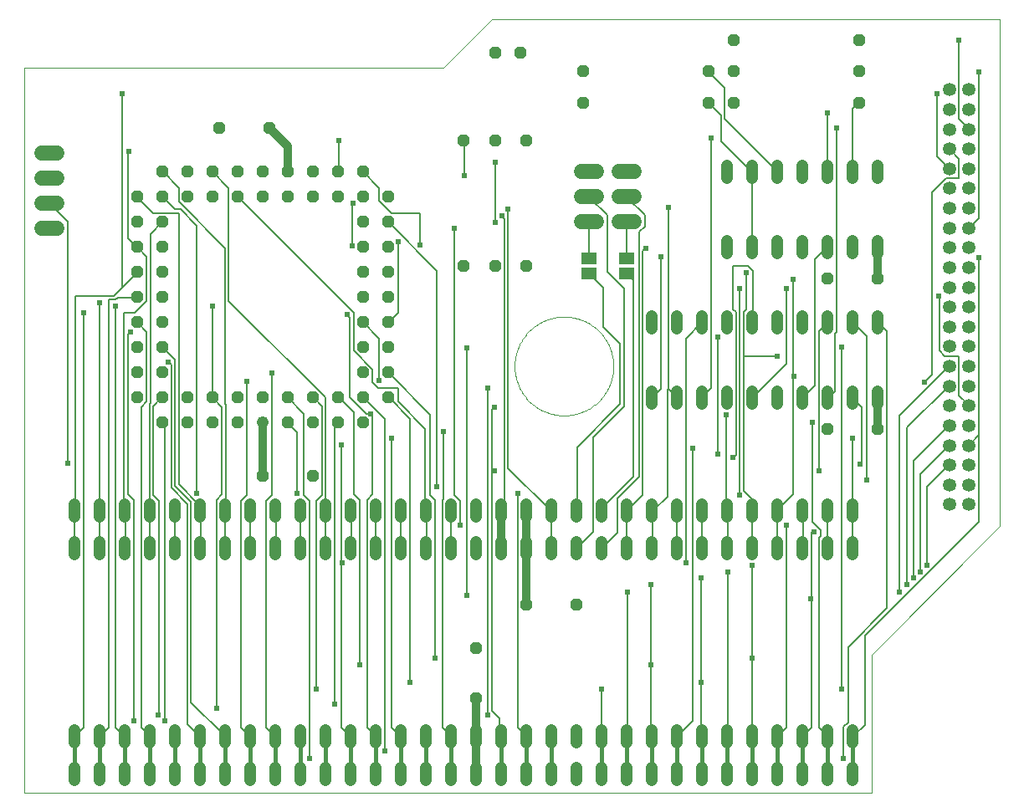
<source format=gtl>
G04 EAGLE Gerber RS-274X export*
G75*
%MOMM*%
%FSLAX34Y34*%
%LPD*%
%INTop Layer*%
%IPPOS*%
%AMOC8*
5,1,8,0,0,1.08239X$1,22.5*%
G01*
%ADD10C,0.000000*%
%ADD11C,1.219200*%
%ADD12P,1.319650X8X202.500000*%
%ADD13C,1.219200*%
%ADD14C,1.524000*%
%ADD15C,1.350000*%
%ADD16P,1.319650X8X292.500000*%
%ADD17P,1.319650X8X22.500000*%
%ADD18R,1.600200X1.168400*%
%ADD19P,1.319650X8X112.500000*%
%ADD20C,0.812800*%
%ADD21C,0.203200*%
%ADD22C,0.609600*%
%ADD23C,0.406400*%


D10*
X0Y0D02*
X857300Y0D01*
X857300Y139750D01*
X987300Y269850D01*
X987300Y782850D01*
X473000Y782850D01*
X423800Y733650D01*
X0Y733650D01*
X0Y0D01*
X496100Y431800D02*
X496115Y433027D01*
X496160Y434253D01*
X496235Y435478D01*
X496341Y436701D01*
X496476Y437921D01*
X496641Y439137D01*
X496836Y440348D01*
X497061Y441555D01*
X497315Y442755D01*
X497598Y443949D01*
X497911Y445136D01*
X498253Y446314D01*
X498624Y447484D01*
X499023Y448644D01*
X499450Y449795D01*
X499906Y450934D01*
X500390Y452062D01*
X500901Y453178D01*
X501439Y454281D01*
X502004Y455370D01*
X502596Y456445D01*
X503214Y457505D01*
X503857Y458550D01*
X504527Y459579D01*
X505221Y460590D01*
X505940Y461585D01*
X506683Y462562D01*
X507449Y463520D01*
X508240Y464459D01*
X509052Y465378D01*
X509888Y466277D01*
X510745Y467155D01*
X511623Y468012D01*
X512522Y468848D01*
X513441Y469660D01*
X514380Y470451D01*
X515338Y471217D01*
X516315Y471960D01*
X517310Y472679D01*
X518321Y473373D01*
X519350Y474043D01*
X520395Y474686D01*
X521455Y475304D01*
X522530Y475896D01*
X523619Y476461D01*
X524722Y476999D01*
X525838Y477510D01*
X526966Y477994D01*
X528105Y478450D01*
X529256Y478877D01*
X530416Y479276D01*
X531586Y479647D01*
X532764Y479989D01*
X533951Y480302D01*
X535145Y480585D01*
X536345Y480839D01*
X537552Y481064D01*
X538763Y481259D01*
X539979Y481424D01*
X541199Y481559D01*
X542422Y481665D01*
X543647Y481740D01*
X544873Y481785D01*
X546100Y481800D01*
X547327Y481785D01*
X548553Y481740D01*
X549778Y481665D01*
X551001Y481559D01*
X552221Y481424D01*
X553437Y481259D01*
X554648Y481064D01*
X555855Y480839D01*
X557055Y480585D01*
X558249Y480302D01*
X559436Y479989D01*
X560614Y479647D01*
X561784Y479276D01*
X562944Y478877D01*
X564095Y478450D01*
X565234Y477994D01*
X566362Y477510D01*
X567478Y476999D01*
X568581Y476461D01*
X569670Y475896D01*
X570745Y475304D01*
X571805Y474686D01*
X572850Y474043D01*
X573879Y473373D01*
X574890Y472679D01*
X575885Y471960D01*
X576862Y471217D01*
X577820Y470451D01*
X578759Y469660D01*
X579678Y468848D01*
X580577Y468012D01*
X581455Y467155D01*
X582312Y466277D01*
X583148Y465378D01*
X583960Y464459D01*
X584751Y463520D01*
X585517Y462562D01*
X586260Y461585D01*
X586979Y460590D01*
X587673Y459579D01*
X588343Y458550D01*
X588986Y457505D01*
X589604Y456445D01*
X590196Y455370D01*
X590761Y454281D01*
X591299Y453178D01*
X591810Y452062D01*
X592294Y450934D01*
X592750Y449795D01*
X593177Y448644D01*
X593576Y447484D01*
X593947Y446314D01*
X594289Y445136D01*
X594602Y443949D01*
X594885Y442755D01*
X595139Y441555D01*
X595364Y440348D01*
X595559Y439137D01*
X595724Y437921D01*
X595859Y436701D01*
X595965Y435478D01*
X596040Y434253D01*
X596085Y433027D01*
X596100Y431800D01*
X596085Y430573D01*
X596040Y429347D01*
X595965Y428122D01*
X595859Y426899D01*
X595724Y425679D01*
X595559Y424463D01*
X595364Y423252D01*
X595139Y422045D01*
X594885Y420845D01*
X594602Y419651D01*
X594289Y418464D01*
X593947Y417286D01*
X593576Y416116D01*
X593177Y414956D01*
X592750Y413805D01*
X592294Y412666D01*
X591810Y411538D01*
X591299Y410422D01*
X590761Y409319D01*
X590196Y408230D01*
X589604Y407155D01*
X588986Y406095D01*
X588343Y405050D01*
X587673Y404021D01*
X586979Y403010D01*
X586260Y402015D01*
X585517Y401038D01*
X584751Y400080D01*
X583960Y399141D01*
X583148Y398222D01*
X582312Y397323D01*
X581455Y396445D01*
X580577Y395588D01*
X579678Y394752D01*
X578759Y393940D01*
X577820Y393149D01*
X576862Y392383D01*
X575885Y391640D01*
X574890Y390921D01*
X573879Y390227D01*
X572850Y389557D01*
X571805Y388914D01*
X570745Y388296D01*
X569670Y387704D01*
X568581Y387139D01*
X567478Y386601D01*
X566362Y386090D01*
X565234Y385606D01*
X564095Y385150D01*
X562944Y384723D01*
X561784Y384324D01*
X560614Y383953D01*
X559436Y383611D01*
X558249Y383298D01*
X557055Y383015D01*
X555855Y382761D01*
X554648Y382536D01*
X553437Y382341D01*
X552221Y382176D01*
X551001Y382041D01*
X549778Y381935D01*
X548553Y381860D01*
X547327Y381815D01*
X546100Y381800D01*
X544873Y381815D01*
X543647Y381860D01*
X542422Y381935D01*
X541199Y382041D01*
X539979Y382176D01*
X538763Y382341D01*
X537552Y382536D01*
X536345Y382761D01*
X535145Y383015D01*
X533951Y383298D01*
X532764Y383611D01*
X531586Y383953D01*
X530416Y384324D01*
X529256Y384723D01*
X528105Y385150D01*
X526966Y385606D01*
X525838Y386090D01*
X524722Y386601D01*
X523619Y387139D01*
X522530Y387704D01*
X521455Y388296D01*
X520395Y388914D01*
X519350Y389557D01*
X518321Y390227D01*
X517310Y390921D01*
X516315Y391640D01*
X515338Y392383D01*
X514380Y393149D01*
X513441Y393940D01*
X512522Y394752D01*
X511623Y395588D01*
X510745Y396445D01*
X509888Y397323D01*
X509052Y398222D01*
X508240Y399141D01*
X507449Y400080D01*
X506683Y401038D01*
X505940Y402015D01*
X505221Y403010D01*
X504527Y404021D01*
X503857Y405050D01*
X503214Y406095D01*
X502596Y407155D01*
X502004Y408230D01*
X501439Y409319D01*
X500901Y410422D01*
X500390Y411538D01*
X499906Y412666D01*
X499450Y413805D01*
X499023Y414956D01*
X498624Y416116D01*
X498253Y417286D01*
X497911Y418464D01*
X497598Y419651D01*
X497315Y420845D01*
X497061Y422045D01*
X496836Y423252D01*
X496641Y424463D01*
X496476Y425679D01*
X496341Y426899D01*
X496235Y428122D01*
X496160Y429347D01*
X496115Y430573D01*
X496100Y431800D01*
D11*
X241300Y374650D03*
D12*
X241300Y400050D03*
X266700Y374650D03*
X266700Y400050D03*
X292100Y374650D03*
X292100Y400050D03*
X317500Y374650D03*
X317500Y400050D03*
X342900Y374650D03*
X368300Y400050D03*
X342900Y400050D03*
X368300Y425450D03*
X342900Y425450D03*
X368300Y450850D03*
X342900Y450850D03*
X368300Y476250D03*
X342900Y476250D03*
X368300Y501650D03*
X342900Y501650D03*
X368300Y527050D03*
X342900Y527050D03*
X368300Y552450D03*
X342900Y552450D03*
X368300Y577850D03*
X342900Y577850D03*
X368300Y603250D03*
X342900Y628650D03*
X342900Y603250D03*
X317500Y628650D03*
X317500Y603250D03*
X292100Y628650D03*
X292100Y603250D03*
X266700Y628650D03*
X266700Y603250D03*
X241300Y628650D03*
X241300Y603250D03*
X215900Y628650D03*
X215900Y603250D03*
X190500Y628650D03*
X190500Y603250D03*
X165100Y628650D03*
X165100Y603250D03*
X139700Y628650D03*
X114300Y603250D03*
X139700Y603250D03*
X114300Y577850D03*
X139700Y577850D03*
X114300Y552450D03*
X139700Y552450D03*
X114300Y527050D03*
X139700Y527050D03*
X114300Y501650D03*
X139700Y501650D03*
X114300Y476250D03*
X139700Y476250D03*
X114300Y450850D03*
X139700Y450850D03*
X114300Y425450D03*
X139700Y425450D03*
X114300Y400050D03*
X139700Y374650D03*
X139700Y400050D03*
X165100Y374650D03*
X165100Y400050D03*
X190500Y374650D03*
X190500Y400050D03*
X215900Y374650D03*
X215900Y400050D03*
D13*
X863600Y622554D02*
X863600Y634746D01*
X838200Y634746D02*
X838200Y622554D01*
X711200Y622554D02*
X711200Y634746D01*
X711200Y558546D02*
X711200Y546354D01*
X812800Y622554D02*
X812800Y634746D01*
X787400Y634746D02*
X787400Y622554D01*
X736600Y622554D02*
X736600Y634746D01*
X762000Y634746D02*
X762000Y622554D01*
X736600Y558546D02*
X736600Y546354D01*
X762000Y546354D02*
X762000Y558546D01*
X787400Y558546D02*
X787400Y546354D01*
X812800Y546354D02*
X812800Y558546D01*
X838200Y558546D02*
X838200Y546354D01*
X863600Y546354D02*
X863600Y558546D01*
X863600Y482346D02*
X863600Y470154D01*
X838200Y470154D02*
X838200Y482346D01*
X711200Y482346D02*
X711200Y470154D01*
X685800Y470154D02*
X685800Y482346D01*
X812800Y482346D02*
X812800Y470154D01*
X787400Y470154D02*
X787400Y482346D01*
X736600Y482346D02*
X736600Y470154D01*
X762000Y470154D02*
X762000Y482346D01*
X660400Y482346D02*
X660400Y470154D01*
X635000Y470154D02*
X635000Y482346D01*
X635000Y406146D02*
X635000Y393954D01*
X660400Y393954D02*
X660400Y406146D01*
X685800Y406146D02*
X685800Y393954D01*
X711200Y393954D02*
X711200Y406146D01*
X736600Y406146D02*
X736600Y393954D01*
X762000Y393954D02*
X762000Y406146D01*
X787400Y406146D02*
X787400Y393954D01*
X812800Y393954D02*
X812800Y406146D01*
X838200Y406146D02*
X838200Y393954D01*
X863600Y393954D02*
X863600Y406146D01*
X838200Y291846D02*
X838200Y279654D01*
X812800Y279654D02*
X812800Y291846D01*
X787400Y291846D02*
X787400Y279654D01*
X762000Y279654D02*
X762000Y291846D01*
X736600Y291846D02*
X736600Y279654D01*
X711200Y279654D02*
X711200Y291846D01*
X685800Y291846D02*
X685800Y279654D01*
X660400Y279654D02*
X660400Y291846D01*
X635000Y291846D02*
X635000Y279654D01*
X609600Y279654D02*
X609600Y291846D01*
X584200Y291846D02*
X584200Y279654D01*
X558800Y279654D02*
X558800Y291846D01*
X533400Y291846D02*
X533400Y279654D01*
X508000Y279654D02*
X508000Y291846D01*
X482600Y291846D02*
X482600Y279654D01*
X457200Y279654D02*
X457200Y291846D01*
X431800Y291846D02*
X431800Y279654D01*
X406400Y279654D02*
X406400Y291846D01*
X381000Y291846D02*
X381000Y279654D01*
X50800Y279654D02*
X50800Y291846D01*
X50800Y63246D02*
X50800Y51054D01*
X381000Y51054D02*
X381000Y63246D01*
X406400Y63246D02*
X406400Y51054D01*
X431800Y51054D02*
X431800Y63246D01*
X457200Y63246D02*
X457200Y51054D01*
X482600Y51054D02*
X482600Y63246D01*
X508000Y63246D02*
X508000Y51054D01*
X533400Y51054D02*
X533400Y63246D01*
X558800Y63246D02*
X558800Y51054D01*
X584200Y51054D02*
X584200Y63246D01*
X609600Y63246D02*
X609600Y51054D01*
X635000Y51054D02*
X635000Y63246D01*
X660400Y63246D02*
X660400Y51054D01*
X685800Y51054D02*
X685800Y63246D01*
X711200Y63246D02*
X711200Y51054D01*
X736600Y51054D02*
X736600Y63246D01*
X762000Y63246D02*
X762000Y51054D01*
X787400Y51054D02*
X787400Y63246D01*
X812800Y63246D02*
X812800Y51054D01*
X838200Y51054D02*
X838200Y63246D01*
X355600Y279654D02*
X355600Y291846D01*
X330200Y291846D02*
X330200Y279654D01*
X304800Y279654D02*
X304800Y291846D01*
X279400Y291846D02*
X279400Y279654D01*
X254000Y279654D02*
X254000Y291846D01*
X228600Y291846D02*
X228600Y279654D01*
X203200Y279654D02*
X203200Y291846D01*
X177800Y291846D02*
X177800Y279654D01*
X152400Y279654D02*
X152400Y291846D01*
X127000Y291846D02*
X127000Y279654D01*
X101600Y279654D02*
X101600Y291846D01*
X76200Y291846D02*
X76200Y279654D01*
X355600Y63246D02*
X355600Y51054D01*
X330200Y51054D02*
X330200Y63246D01*
X304800Y63246D02*
X304800Y51054D01*
X279400Y51054D02*
X279400Y63246D01*
X254000Y63246D02*
X254000Y51054D01*
X228600Y51054D02*
X228600Y63246D01*
X203200Y63246D02*
X203200Y51054D01*
X177800Y51054D02*
X177800Y63246D01*
X152400Y63246D02*
X152400Y51054D01*
X127000Y51054D02*
X127000Y63246D01*
X101600Y63246D02*
X101600Y51054D01*
X76200Y51054D02*
X76200Y63246D01*
D14*
X33020Y647700D02*
X17780Y647700D01*
X17780Y622300D02*
X33020Y622300D01*
X33020Y596900D02*
X17780Y596900D01*
X17780Y571500D02*
X33020Y571500D01*
D15*
X956150Y291650D03*
X936150Y291650D03*
X956150Y311650D03*
X936150Y311650D03*
X956150Y331650D03*
X936150Y331650D03*
X956150Y351650D03*
X936150Y351650D03*
X956150Y371650D03*
X936150Y371650D03*
X956150Y391650D03*
X936150Y391650D03*
X956150Y411650D03*
X936150Y411650D03*
X956150Y431650D03*
X936150Y431650D03*
X956150Y451650D03*
X936150Y451650D03*
X956150Y471650D03*
X936150Y471650D03*
X956150Y491650D03*
X936150Y491650D03*
X956150Y511650D03*
X936150Y511650D03*
X956150Y531650D03*
X936150Y531650D03*
X956150Y551650D03*
X936150Y551650D03*
X956150Y571650D03*
X936150Y571650D03*
X956150Y591650D03*
X936150Y591650D03*
X956150Y611650D03*
X936150Y611650D03*
X956150Y631650D03*
X936150Y631650D03*
X956150Y651650D03*
X936150Y651650D03*
X956150Y671650D03*
X936150Y671650D03*
X956150Y691650D03*
X936150Y691650D03*
X956150Y711650D03*
X936150Y711650D03*
D13*
X838200Y253746D02*
X838200Y241554D01*
X812800Y241554D02*
X812800Y253746D01*
X787400Y253746D02*
X787400Y241554D01*
X762000Y241554D02*
X762000Y253746D01*
X736600Y253746D02*
X736600Y241554D01*
X711200Y241554D02*
X711200Y253746D01*
X685800Y253746D02*
X685800Y241554D01*
X660400Y241554D02*
X660400Y253746D01*
X635000Y253746D02*
X635000Y241554D01*
X609600Y241554D02*
X609600Y253746D01*
X584200Y253746D02*
X584200Y241554D01*
X558800Y241554D02*
X558800Y253746D01*
X533400Y253746D02*
X533400Y241554D01*
X508000Y241554D02*
X508000Y253746D01*
X482600Y253746D02*
X482600Y241554D01*
X457200Y241554D02*
X457200Y253746D01*
X431800Y253746D02*
X431800Y241554D01*
X406400Y241554D02*
X406400Y253746D01*
X381000Y253746D02*
X381000Y241554D01*
X50800Y241554D02*
X50800Y253746D01*
X50800Y25146D02*
X50800Y12954D01*
X381000Y12954D02*
X381000Y25146D01*
X406400Y25146D02*
X406400Y12954D01*
X431800Y12954D02*
X431800Y25146D01*
X457200Y25146D02*
X457200Y12954D01*
X482600Y12954D02*
X482600Y25146D01*
X508000Y25146D02*
X508000Y12954D01*
X533400Y12954D02*
X533400Y25146D01*
X558800Y25146D02*
X558800Y12954D01*
X584200Y12954D02*
X584200Y25146D01*
X609600Y25146D02*
X609600Y12954D01*
X635000Y12954D02*
X635000Y25146D01*
X660400Y25146D02*
X660400Y12954D01*
X685800Y12954D02*
X685800Y25146D01*
X711200Y25146D02*
X711200Y12954D01*
X736600Y12954D02*
X736600Y25146D01*
X762000Y25146D02*
X762000Y12954D01*
X787400Y12954D02*
X787400Y25146D01*
X812800Y25146D02*
X812800Y12954D01*
X838200Y12954D02*
X838200Y25146D01*
X355600Y241554D02*
X355600Y253746D01*
X330200Y253746D02*
X330200Y241554D01*
X304800Y241554D02*
X304800Y253746D01*
X279400Y253746D02*
X279400Y241554D01*
X254000Y241554D02*
X254000Y253746D01*
X228600Y253746D02*
X228600Y241554D01*
X203200Y241554D02*
X203200Y253746D01*
X177800Y253746D02*
X177800Y241554D01*
X152400Y241554D02*
X152400Y253746D01*
X127000Y253746D02*
X127000Y241554D01*
X101600Y241554D02*
X101600Y253746D01*
X76200Y253746D02*
X76200Y241554D01*
X355600Y25146D02*
X355600Y12954D01*
X330200Y12954D02*
X330200Y25146D01*
X304800Y25146D02*
X304800Y12954D01*
X279400Y12954D02*
X279400Y25146D01*
X254000Y25146D02*
X254000Y12954D01*
X228600Y12954D02*
X228600Y25146D01*
X203200Y25146D02*
X203200Y12954D01*
X177800Y12954D02*
X177800Y25146D01*
X152400Y25146D02*
X152400Y12954D01*
X127000Y12954D02*
X127000Y25146D01*
X101600Y25146D02*
X101600Y12954D01*
X76200Y12954D02*
X76200Y25146D01*
D16*
X444500Y660400D03*
X444500Y533400D03*
X508000Y660400D03*
X508000Y533400D03*
D12*
X692150Y698500D03*
X565150Y698500D03*
X692150Y730250D03*
X565150Y730250D03*
X844550Y762000D03*
X717550Y762000D03*
D17*
X717550Y730250D03*
X844550Y730250D03*
D12*
X844550Y698500D03*
X717550Y698500D03*
D14*
X617220Y577850D02*
X601980Y577850D01*
X601980Y603250D02*
X617220Y603250D01*
X617220Y628650D02*
X601980Y628650D01*
D17*
X476250Y749300D03*
X501650Y749300D03*
D16*
X476250Y660400D03*
X476250Y533400D03*
D14*
X563880Y577850D02*
X579120Y577850D01*
X579120Y603250D02*
X563880Y603250D01*
X563880Y628650D02*
X579120Y628650D01*
D18*
X609600Y525780D03*
X609600Y541020D03*
X571500Y525780D03*
X571500Y541020D03*
D17*
X508000Y190500D03*
X558800Y190500D03*
D19*
X457200Y95250D03*
X457200Y146050D03*
D12*
X247650Y673100D03*
X196850Y673100D03*
D17*
X241300Y320675D03*
X292100Y320675D03*
D12*
X863600Y520700D03*
X812800Y520700D03*
X863600Y368300D03*
X812800Y368300D03*
D20*
X482600Y285750D02*
X482600Y247650D01*
D21*
X485775Y581025D02*
X482918Y583883D01*
X485775Y581025D02*
X485775Y287655D01*
X482600Y285750D01*
D22*
X482918Y583883D03*
D21*
X304800Y285750D02*
X304800Y247650D01*
X206693Y612458D02*
X190500Y628650D01*
X206693Y612458D02*
X206693Y498158D01*
X304800Y400050D01*
X304800Y285750D01*
X406718Y285750D02*
X406718Y247650D01*
X406400Y247650D01*
X406400Y285750D02*
X406718Y285750D01*
X333375Y485775D02*
X215900Y603250D01*
X333375Y485775D02*
X333375Y447675D01*
X352425Y428625D01*
X352425Y415290D01*
X358140Y409575D01*
X378143Y409575D01*
X378143Y396240D01*
X405765Y368618D01*
X405765Y285750D01*
X406400Y285750D01*
X431483Y285750D02*
X431483Y247650D01*
X431800Y247650D01*
X431800Y285750D02*
X431483Y285750D01*
X330518Y285750D02*
X330518Y247650D01*
X330200Y247650D01*
X330200Y285750D02*
X330518Y285750D01*
X533400Y285750D02*
X533400Y247650D01*
X489585Y328613D02*
X489585Y590550D01*
X489585Y328613D02*
X532448Y285750D01*
X533400Y285750D01*
D22*
X489585Y590550D03*
D21*
X575310Y263843D02*
X559118Y247650D01*
X575310Y263843D02*
X575310Y360045D01*
X606743Y391478D01*
X606743Y510540D01*
X589598Y527685D01*
X589598Y584835D01*
X571500Y602933D01*
X559118Y247650D02*
X558800Y247650D01*
X571500Y602933D02*
X571500Y603250D01*
X609600Y285750D02*
X609600Y247650D01*
X359093Y612458D02*
X342900Y628650D01*
X359093Y612458D02*
X359093Y599123D01*
X371475Y586740D01*
X400050Y586740D01*
X400050Y554355D01*
X625793Y300990D02*
X610553Y285750D01*
X625793Y300990D02*
X625793Y548640D01*
X628650Y551498D01*
X610553Y285750D02*
X609600Y285750D01*
D22*
X400050Y554355D03*
X628650Y551498D03*
D21*
X228600Y285750D02*
X228600Y247650D01*
X254318Y247650D02*
X254318Y285750D01*
X254318Y247650D02*
X254000Y247650D01*
X254000Y285750D02*
X254318Y285750D01*
X279083Y285750D02*
X279083Y247650D01*
X279400Y247650D01*
X279400Y285750D02*
X279083Y285750D01*
X736283Y285750D02*
X736283Y247650D01*
X736600Y247650D01*
X736600Y285750D02*
X736283Y285750D01*
X730568Y489585D02*
X730568Y526733D01*
X730568Y489585D02*
X727710Y486728D01*
X727710Y441960D02*
X727710Y305753D01*
X727710Y441960D02*
X727710Y486728D01*
X727710Y305753D02*
X735330Y298133D01*
X735330Y285750D01*
X736600Y285750D01*
X727710Y441960D02*
X762000Y441960D01*
D22*
X730568Y526733D03*
X762000Y441960D03*
D21*
X778193Y421958D02*
X778193Y301943D01*
X778193Y421958D02*
X778193Y520065D01*
X778193Y301943D02*
X762000Y285750D01*
X762000Y247650D01*
X778193Y421958D02*
X779145Y421958D01*
D22*
X778193Y520065D03*
X779145Y421958D03*
D21*
X787718Y285750D02*
X787718Y247650D01*
X787400Y247650D01*
X787400Y285750D02*
X787718Y285750D01*
X723900Y300990D02*
X723900Y510540D01*
D22*
X723900Y510540D03*
X723900Y300990D03*
D21*
X812483Y285750D02*
X812483Y247650D01*
X812800Y247650D01*
X812800Y285750D02*
X812483Y285750D01*
X925830Y501968D02*
X924878Y502920D01*
X925830Y501968D02*
X925830Y447675D01*
X931545Y441960D01*
X945833Y441960D01*
X945833Y401955D01*
X955358Y392430D01*
X956150Y391650D01*
D22*
X924878Y502920D03*
D21*
X838200Y285750D02*
X838200Y247650D01*
X359093Y460058D02*
X342900Y476250D01*
X359093Y460058D02*
X359093Y417195D01*
X838200Y359093D02*
X838200Y285750D01*
D22*
X359093Y417195D03*
X838200Y359093D03*
D23*
X838200Y57150D02*
X838200Y19050D01*
D21*
X378143Y485775D02*
X368618Y476250D01*
X378143Y485775D02*
X378143Y558165D01*
X965835Y541973D02*
X965835Y361950D01*
X956310Y352425D01*
X368618Y476250D02*
X368300Y476250D01*
X956310Y352425D02*
X956150Y351650D01*
X850583Y68580D02*
X840105Y58103D01*
X850583Y68580D02*
X850583Y159068D01*
X965835Y274320D01*
X965835Y361950D01*
X840105Y58103D02*
X838200Y57150D01*
D22*
X378143Y558165D03*
X965835Y541973D03*
D23*
X812800Y57150D02*
X812800Y19050D01*
D21*
X797243Y274320D02*
X797243Y375285D01*
X797243Y274320D02*
X805815Y265748D01*
X805815Y260033D01*
X803910Y258128D01*
X803910Y65723D01*
X811530Y58103D01*
X812800Y57150D01*
D22*
X797243Y375285D03*
D23*
X787400Y57150D02*
X787400Y19050D01*
D21*
X796290Y65723D02*
X796290Y196215D01*
X796290Y263843D01*
X796290Y65723D02*
X788670Y58103D01*
X787400Y57150D01*
X796290Y263843D02*
X799148Y263843D01*
D22*
X799148Y263843D03*
D21*
X447675Y200025D02*
X447675Y450533D01*
X795338Y196215D02*
X796290Y196215D01*
D22*
X447675Y450533D03*
X447675Y200025D03*
X795338Y196215D03*
D23*
X762000Y57150D02*
X762000Y19050D01*
D21*
X468630Y79058D02*
X468630Y409575D01*
X771525Y270510D02*
X771525Y65723D01*
X763905Y58103D01*
X762000Y57150D01*
D22*
X468630Y409575D03*
X468630Y79058D03*
X771525Y270510D03*
D23*
X736600Y57150D02*
X736600Y19050D01*
D21*
X410528Y382905D02*
X368618Y424815D01*
X410528Y382905D02*
X410528Y300990D01*
X415290Y296228D01*
X415290Y136208D01*
X736283Y136208D02*
X736283Y59055D01*
X368618Y424815D02*
X368300Y425450D01*
X736283Y59055D02*
X736600Y57150D01*
X913448Y309563D02*
X935355Y331470D01*
X913448Y309563D02*
X913448Y230505D01*
X736283Y230505D02*
X736283Y136208D01*
X935355Y331470D02*
X936150Y331650D01*
D22*
X415290Y136208D03*
X736283Y136208D03*
X913448Y230505D03*
X736283Y230505D03*
D23*
X711200Y57150D02*
X711200Y19050D01*
D21*
X364808Y378143D02*
X342900Y400050D01*
X364808Y378143D02*
X364808Y41910D01*
X906780Y322898D02*
X935355Y351473D01*
X906780Y322898D02*
X906780Y223838D01*
X711518Y223838D02*
X711518Y59055D01*
X935355Y351473D02*
X936150Y351650D01*
X711518Y59055D02*
X711200Y57150D01*
D22*
X364808Y41910D03*
X906780Y223838D03*
X711518Y223838D03*
D23*
X685800Y57150D02*
X685800Y19050D01*
D21*
X390525Y378143D02*
X368618Y400050D01*
X390525Y378143D02*
X390525Y111443D01*
X684848Y111443D02*
X684848Y59055D01*
X368618Y400050D02*
X368300Y400050D01*
X684848Y59055D02*
X685800Y57150D01*
X900113Y336233D02*
X935355Y371475D01*
X900113Y336233D02*
X900113Y217170D01*
X684848Y217170D02*
X684848Y111443D01*
X935355Y371475D02*
X936150Y371650D01*
D22*
X390525Y111443D03*
X684848Y111443D03*
X900113Y217170D03*
X684848Y217170D03*
D23*
X660400Y57150D02*
X660400Y19050D01*
D21*
X661988Y58103D02*
X676275Y72390D01*
X676275Y348615D01*
X661988Y58103D02*
X660400Y57150D01*
D22*
X676275Y348615D03*
D23*
X635000Y57150D02*
X635000Y19050D01*
D21*
X333375Y384810D02*
X318135Y400050D01*
X333375Y384810D02*
X333375Y301943D01*
X339090Y296228D01*
X339090Y129540D01*
X634365Y129540D02*
X634365Y59055D01*
X318135Y400050D02*
X317500Y400050D01*
X634365Y59055D02*
X635000Y57150D01*
D22*
X339090Y129540D03*
X634365Y129540D03*
D21*
X893445Y369570D02*
X935355Y411480D01*
X893445Y369570D02*
X893445Y210503D01*
X634365Y210503D02*
X634365Y129540D01*
D22*
X893445Y210503D03*
X634365Y210503D03*
D21*
X935980Y411480D02*
X936150Y411650D01*
X935980Y411480D02*
X935355Y411480D01*
D23*
X609600Y57150D02*
X609600Y19050D01*
D21*
X314325Y371475D02*
X317500Y374650D01*
X314325Y371475D02*
X314325Y89535D01*
X885825Y381953D02*
X935355Y431483D01*
X885825Y381953D02*
X885825Y202883D01*
X610553Y202883D02*
X610553Y59055D01*
X935355Y431483D02*
X936150Y431650D01*
X610553Y59055D02*
X609600Y57150D01*
D22*
X314325Y89535D03*
X885825Y202883D03*
X610553Y202883D03*
D23*
X584200Y57150D02*
X584200Y19050D01*
D21*
X300990Y391478D02*
X292418Y400050D01*
X300990Y391478D02*
X300990Y300990D01*
X295275Y295275D01*
X295275Y104775D01*
X583883Y104775D02*
X583883Y59055D01*
X292418Y400050D02*
X292100Y400050D01*
X583883Y59055D02*
X584200Y57150D01*
X826770Y104775D02*
X826770Y451485D01*
D22*
X295275Y104775D03*
X583883Y104775D03*
X826770Y451485D03*
X826770Y104775D03*
D21*
X152400Y247650D02*
X152400Y285750D01*
X152400Y590550D02*
X139700Y603250D01*
X152400Y590550D02*
X158115Y590550D01*
X174308Y574358D01*
X174308Y302895D01*
D22*
X174308Y302895D03*
D21*
X178118Y285750D02*
X178118Y247650D01*
X177800Y247650D01*
X177800Y285750D02*
X178118Y285750D01*
X130493Y586740D02*
X114300Y602933D01*
X130493Y586740D02*
X156210Y586740D01*
X156210Y312420D01*
X177165Y291465D01*
X177165Y285750D01*
X114300Y602933D02*
X114300Y603250D01*
X177165Y285750D02*
X177800Y285750D01*
X202883Y285750D02*
X202883Y247650D01*
X203200Y247650D01*
X203200Y285750D02*
X202883Y285750D01*
X156210Y612458D02*
X140018Y628650D01*
X156210Y612458D02*
X156210Y598170D01*
X202883Y551498D01*
X202883Y393383D01*
X203835Y392430D01*
X203835Y285750D01*
X140018Y628650D02*
X139700Y628650D01*
X203200Y285750D02*
X203835Y285750D01*
X355283Y285750D02*
X355283Y247650D01*
X355600Y247650D01*
X355600Y285750D02*
X355283Y285750D01*
X381000Y285750D02*
X381000Y247650D01*
X711518Y247650D02*
X711518Y285750D01*
X711518Y247650D02*
X711200Y247650D01*
X711200Y285750D02*
X711518Y285750D01*
X643890Y408623D02*
X643890Y542925D01*
X643890Y408623D02*
X635318Y400050D01*
X635000Y400050D01*
X710565Y382905D02*
X710565Y285750D01*
X711200Y285750D01*
D22*
X643890Y542925D03*
X710565Y382905D03*
D21*
X635318Y285750D02*
X635318Y247650D01*
X635000Y247650D01*
X635000Y285750D02*
X635318Y285750D01*
X651510Y408623D02*
X651510Y592455D01*
X651510Y408623D02*
X660083Y400050D01*
X660400Y400050D01*
X650558Y300038D02*
X636270Y285750D01*
X650558Y300038D02*
X650558Y408623D01*
X636270Y285750D02*
X635000Y285750D01*
X650558Y408623D02*
X651510Y408623D01*
D22*
X651510Y592455D03*
D21*
X685800Y285750D02*
X685800Y247650D01*
X417195Y528638D02*
X368618Y577215D01*
X417195Y528638D02*
X417195Y309563D01*
X368618Y577215D02*
X368300Y577850D01*
D22*
X417195Y309563D03*
D21*
X660083Y285750D02*
X660083Y247650D01*
X660400Y247650D01*
X660400Y285750D02*
X660083Y285750D01*
X435293Y300990D02*
X435293Y571500D01*
X435293Y300990D02*
X441008Y295275D01*
X441008Y270510D01*
D22*
X435293Y571500D03*
X441008Y270510D03*
D21*
X126683Y285750D02*
X126683Y247650D01*
X127000Y247650D01*
X127000Y285750D02*
X126683Y285750D01*
X127635Y565785D02*
X139700Y577850D01*
X127635Y565785D02*
X127635Y394335D01*
X126683Y393383D01*
X126683Y286703D01*
X127000Y285750D01*
X101918Y285750D02*
X101918Y247650D01*
X101600Y247650D01*
X101600Y285750D02*
X101918Y285750D01*
X123825Y542925D02*
X114300Y552450D01*
X123825Y542925D02*
X123825Y498158D01*
X111443Y485775D01*
X100965Y485775D01*
X100965Y285750D01*
X101600Y285750D01*
X104775Y648653D02*
X105728Y649605D01*
X104775Y648653D02*
X104775Y561023D01*
X113348Y552450D01*
X114300Y552450D01*
D22*
X105728Y649605D03*
D21*
X76200Y285750D02*
X76200Y247650D01*
X76200Y285750D02*
X76200Y496253D01*
X331470Y596265D02*
X332423Y597218D01*
X331470Y596265D02*
X331470Y553403D01*
D22*
X76200Y496253D03*
X332423Y597218D03*
X331470Y553403D03*
D21*
X50483Y285750D02*
X50483Y247650D01*
X50800Y247650D01*
X50800Y285750D02*
X50483Y285750D01*
X90488Y502920D02*
X99536Y511969D01*
X114300Y526733D01*
X90488Y502920D02*
X51435Y502920D01*
X51435Y285750D01*
X114300Y526733D02*
X114300Y527050D01*
X51435Y285750D02*
X50800Y285750D01*
X923925Y643890D02*
X935355Y632460D01*
X923925Y643890D02*
X923925Y707708D01*
X99060Y707708D02*
X99060Y512445D01*
X935355Y632460D02*
X936150Y631650D01*
X99536Y511969D02*
X99060Y512445D01*
D22*
X923925Y707708D03*
X99060Y707708D03*
D23*
X50800Y57150D02*
X50800Y19050D01*
D21*
X52388Y58103D02*
X60008Y65723D01*
X60008Y485775D01*
X52388Y58103D02*
X50800Y57150D01*
D22*
X60008Y485775D03*
D23*
X76200Y57150D02*
X76200Y19050D01*
D21*
X94298Y501015D02*
X114300Y501015D01*
X94298Y501015D02*
X92393Y499110D01*
X85725Y499110D01*
X85725Y65723D01*
X78105Y58103D01*
X114300Y501015D02*
X114300Y501650D01*
X78105Y58103D02*
X76200Y57150D01*
D23*
X101600Y57150D02*
X101600Y19050D01*
D21*
X92393Y65723D02*
X92393Y492443D01*
X92393Y65723D02*
X100013Y58103D01*
X101600Y57150D01*
D22*
X92393Y492443D03*
D23*
X127000Y57150D02*
X127000Y19050D01*
D21*
X123825Y466725D02*
X114300Y476250D01*
X123825Y466725D02*
X123825Y396240D01*
X118110Y390525D01*
X118110Y65723D01*
X125730Y58103D01*
X127000Y57150D01*
D23*
X152400Y57150D02*
X152400Y19050D01*
D21*
X104775Y463868D02*
X107633Y466725D01*
X104775Y463868D02*
X104775Y301943D01*
X110490Y296228D01*
X110490Y72390D01*
D22*
X107633Y466725D03*
X110490Y72390D03*
D23*
X177800Y57150D02*
X177800Y19050D01*
D21*
X148590Y433388D02*
X145733Y436245D01*
X148590Y433388D02*
X148590Y308610D01*
X164783Y292418D01*
X164783Y69533D01*
X176213Y58103D01*
X177800Y57150D01*
D22*
X145733Y436245D03*
D23*
X203200Y57150D02*
X203200Y19050D01*
D21*
X152400Y438150D02*
X139700Y450850D01*
X152400Y438150D02*
X152400Y310515D01*
X168593Y294323D01*
X168593Y91440D01*
X201930Y58103D01*
X203200Y57150D01*
D23*
X228600Y57150D02*
X228600Y19050D01*
D21*
X224790Y300990D02*
X224790Y416243D01*
X224790Y300990D02*
X219075Y295275D01*
X219075Y65723D01*
X226695Y58103D01*
X228600Y57150D01*
D22*
X224790Y416243D03*
D23*
X254000Y57150D02*
X254000Y19050D01*
D21*
X250508Y300990D02*
X250508Y424815D01*
X250508Y300990D02*
X244793Y295275D01*
X244793Y65723D01*
X252413Y58103D01*
X254000Y57150D01*
D22*
X250508Y424815D03*
D23*
X279400Y57150D02*
X279400Y19050D01*
D21*
X141923Y372428D02*
X139700Y374650D01*
X141923Y372428D02*
X141923Y72390D01*
D22*
X141923Y72390D03*
D23*
X304800Y57150D02*
X304800Y19050D01*
D21*
X130493Y391478D02*
X139065Y400050D01*
X130493Y391478D02*
X130493Y300990D01*
X136208Y295275D01*
X136208Y80010D01*
X135255Y79058D01*
X139065Y400050D02*
X139700Y400050D01*
D22*
X135255Y79058D03*
D23*
X330200Y57150D02*
X330200Y19050D01*
D21*
X320993Y65723D02*
X320993Y232410D01*
X320993Y352425D01*
X320993Y65723D02*
X328613Y58103D01*
X330200Y57150D01*
X669608Y460058D02*
X685800Y476250D01*
X669608Y460058D02*
X669608Y232410D01*
X321945Y232410D02*
X320993Y232410D01*
D22*
X320993Y352425D03*
X669608Y232410D03*
X321945Y232410D03*
D23*
X355600Y57150D02*
X355600Y19050D01*
D21*
X352425Y381953D02*
X350520Y383858D01*
X352425Y381953D02*
X352425Y301943D01*
X346710Y296228D01*
X346710Y65723D01*
X354330Y58103D01*
X355600Y57150D01*
X329565Y481013D02*
X326708Y483870D01*
X329565Y481013D02*
X329565Y400050D01*
X345758Y383858D01*
X350520Y383858D01*
D22*
X350520Y383858D03*
X326708Y483870D03*
D23*
X381000Y57150D02*
X381000Y19050D01*
D21*
X371475Y65723D02*
X371475Y359093D01*
X371475Y65723D02*
X379095Y58103D01*
X381000Y57150D01*
X737235Y476250D02*
X737235Y528638D01*
X732473Y533400D01*
X717233Y533400D01*
X717233Y489585D01*
X720090Y486728D01*
X720090Y341948D01*
X717233Y339090D01*
X736600Y476250D02*
X737235Y476250D01*
D22*
X371475Y359093D03*
X717233Y339090D03*
D23*
X406400Y57150D02*
X406400Y19050D01*
D21*
X200025Y390525D02*
X190500Y400050D01*
X200025Y390525D02*
X200025Y301943D01*
X194310Y296228D01*
X194310Y85725D01*
X190500Y400050D02*
X190500Y492443D01*
D22*
X194310Y85725D03*
X190500Y492443D03*
D23*
X431800Y57150D02*
X431800Y19050D01*
D21*
X423863Y297180D02*
X423863Y365760D01*
X423863Y297180D02*
X422910Y296228D01*
X422910Y65723D01*
X430530Y58103D01*
X431800Y57150D01*
X701993Y342900D02*
X701993Y461010D01*
D22*
X423863Y365760D03*
X701993Y461010D03*
X701993Y342900D03*
D23*
X482600Y57150D02*
X482600Y19050D01*
D21*
X473393Y388620D02*
X475298Y390525D01*
X473393Y325755D02*
X473393Y82868D01*
X473393Y325755D02*
X473393Y388620D01*
X473393Y82868D02*
X481013Y75248D01*
X481013Y58103D01*
X482600Y57150D01*
X803910Y467678D02*
X812483Y476250D01*
X803910Y467678D02*
X803910Y325755D01*
X812483Y476250D02*
X812800Y476250D01*
X475298Y325755D02*
X473393Y325755D01*
D22*
X475298Y390525D03*
X803910Y325755D03*
X475298Y325755D03*
D23*
X508000Y57150D02*
X508000Y19050D01*
D21*
X276225Y364808D02*
X266700Y374333D01*
X276225Y364808D02*
X276225Y302895D01*
X499110Y302895D02*
X499110Y65723D01*
X506730Y58103D01*
X266700Y374333D02*
X266700Y374650D01*
X506730Y58103D02*
X508000Y57150D01*
X852488Y461963D02*
X838200Y476250D01*
X852488Y461963D02*
X852488Y316230D01*
D22*
X276225Y302895D03*
X499110Y302895D03*
X852488Y316230D03*
D23*
X533400Y57150D02*
X533400Y19050D01*
D21*
X282893Y383858D02*
X266700Y400050D01*
X282893Y383858D02*
X282893Y300990D01*
X288608Y295275D01*
X288608Y34290D01*
X863918Y476250D02*
X872490Y467678D01*
X872490Y186690D01*
X833438Y147638D01*
X833438Y71438D01*
X828675Y66675D01*
X828675Y34290D01*
X863600Y476250D02*
X863918Y476250D01*
D22*
X288608Y34290D03*
X828675Y34290D03*
D21*
X616268Y519113D02*
X609600Y525780D01*
X616268Y519113D02*
X616268Y320040D01*
X584835Y288608D01*
X584835Y285750D01*
X584200Y285750D01*
D20*
X457200Y57150D02*
X457200Y19050D01*
X508000Y247650D02*
X508000Y285750D01*
X457200Y95250D02*
X457200Y57150D01*
X508000Y190500D02*
X508000Y247650D01*
X241300Y320675D02*
X241300Y374650D01*
X266700Y654050D02*
X247650Y673100D01*
X266700Y654050D02*
X266700Y628650D01*
X863600Y552450D02*
X863600Y520700D01*
X863600Y400050D02*
X863600Y368300D01*
D21*
X600075Y262890D02*
X584835Y247650D01*
X600075Y262890D02*
X600075Y298133D01*
X621983Y320040D01*
X621983Y567690D01*
X627698Y573405D01*
X627698Y584835D01*
X609600Y602933D01*
X584835Y247650D02*
X584200Y247650D01*
X609600Y602933D02*
X609600Y603250D01*
X571500Y525780D02*
X585788Y511493D01*
X585788Y471488D01*
X602933Y454343D01*
X602933Y393383D01*
X559118Y349568D01*
X559118Y285750D01*
X558800Y285750D01*
X787718Y400050D02*
X800100Y412433D01*
X800100Y540068D01*
X812483Y552450D01*
X787718Y400050D02*
X787400Y400050D01*
X812483Y552450D02*
X812800Y552450D01*
X736283Y552450D02*
X736283Y628650D01*
X736600Y628650D01*
X736283Y552450D02*
X736600Y552450D01*
X704850Y685800D02*
X692150Y698500D01*
X704850Y685800D02*
X704850Y659130D01*
X735330Y628650D01*
X736600Y628650D01*
X708660Y713423D02*
X692468Y729615D01*
X708660Y713423D02*
X708660Y681990D01*
X762000Y628650D01*
X692468Y729615D02*
X692150Y730250D01*
X918210Y422910D02*
X910590Y415290D01*
X918210Y422910D02*
X918210Y607695D01*
X932498Y621983D01*
X945833Y621983D01*
X945833Y641985D01*
X936308Y651510D01*
X936150Y651650D01*
D22*
X910590Y415290D03*
D21*
X945833Y681990D02*
X945833Y762000D01*
X945833Y681990D02*
X955358Y672465D01*
X956150Y671650D01*
D22*
X945833Y762000D03*
D21*
X695325Y409575D02*
X685800Y400050D01*
X695325Y409575D02*
X695325Y662940D01*
D22*
X695325Y662940D03*
D21*
X838200Y692468D02*
X843915Y698183D01*
X838200Y692468D02*
X838200Y628650D01*
X843915Y698183D02*
X844550Y698500D01*
X965835Y729615D02*
X965835Y581978D01*
X956310Y572453D01*
X956150Y571650D01*
D22*
X965835Y729615D03*
D21*
X771525Y434340D02*
X737235Y400050D01*
X771525Y434340D02*
X771525Y510540D01*
X737235Y400050D02*
X736600Y400050D01*
D22*
X771525Y510540D03*
D21*
X812483Y628650D02*
X812483Y688658D01*
X812483Y628650D02*
X812800Y628650D01*
D22*
X812483Y688658D03*
D21*
X820103Y406718D02*
X813435Y400050D01*
X820103Y406718D02*
X820103Y464820D01*
X822008Y466725D01*
X822008Y673418D01*
X813435Y400050D02*
X812800Y400050D01*
D22*
X822008Y673418D03*
D21*
X838200Y400050D02*
X847725Y390525D01*
X847725Y334328D01*
X845820Y332423D01*
X43815Y333375D02*
X43815Y578168D01*
X25718Y596265D01*
X25400Y596900D01*
D22*
X845820Y332423D03*
X43815Y333375D03*
D21*
X571500Y541020D02*
X571500Y577850D01*
X476250Y577215D02*
X476250Y638175D01*
D22*
X476250Y638175D03*
X476250Y577215D03*
D21*
X609600Y577850D02*
X609600Y541020D01*
X318135Y628650D02*
X318135Y660083D01*
X318135Y628650D02*
X317500Y628650D01*
X444818Y624840D02*
X444818Y660083D01*
X444500Y660400D01*
D22*
X318135Y660083D03*
X444818Y624840D03*
M02*

</source>
